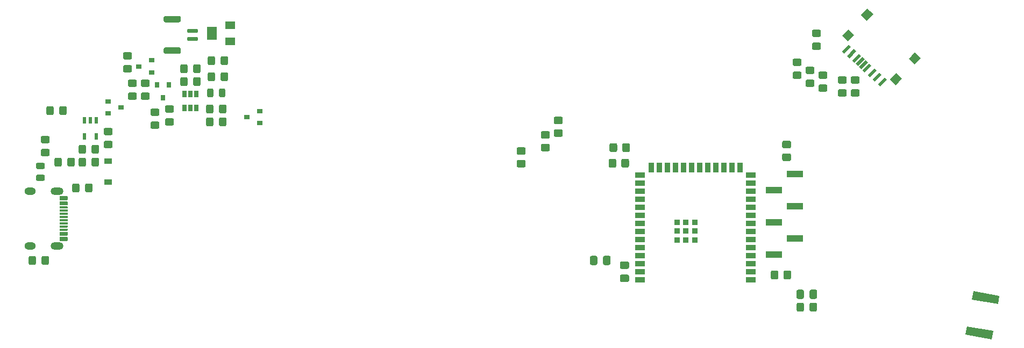
<source format=gbr>
%TF.GenerationSoftware,KiCad,Pcbnew,(5.1.10)-1*%
%TF.CreationDate,2022-02-17T21:55:52+01:00*%
%TF.ProjectId,keyboardEink,6b657962-6f61-4726-9445-696e6b2e6b69,rev?*%
%TF.SameCoordinates,Original*%
%TF.FileFunction,Paste,Bot*%
%TF.FilePolarity,Positive*%
%FSLAX46Y46*%
G04 Gerber Fmt 4.6, Leading zero omitted, Abs format (unit mm)*
G04 Created by KiCad (PCBNEW (5.1.10)-1) date 2022-02-17 21:55:52*
%MOMM*%
%LPD*%
G01*
G04 APERTURE LIST*
%ADD10C,0.100000*%
%ADD11O,1.800000X1.200000*%
%ADD12O,2.000000X1.200000*%
%ADD13R,1.300000X0.300000*%
%ADD14R,1.200000X0.900000*%
%ADD15R,0.900000X0.800000*%
%ADD16R,0.600000X1.000000*%
%ADD17R,0.650000X1.060000*%
%ADD18R,0.800000X0.900000*%
%ADD19R,1.600000X1.300000*%
%ADD20R,1.600000X2.000000*%
%ADD21R,2.510000X1.000000*%
%ADD22R,0.900000X0.900000*%
%ADD23R,0.900000X1.500000*%
%ADD24R,1.500000X0.900000*%
G04 APERTURE END LIST*
D10*
%TO.C,U8*%
G36*
X82884000Y-105440000D02*
G01*
X82884000Y-104940000D01*
X81584000Y-104940000D01*
X81584000Y-105440000D01*
X81607000Y-105440000D01*
X82884000Y-105440000D01*
G37*
G36*
X82884000Y-106240000D02*
G01*
X82884000Y-105740000D01*
X81584000Y-105740000D01*
X81584000Y-106240000D01*
X81607000Y-106240000D01*
X82884000Y-106240000D01*
G37*
G36*
X82884000Y-99840000D02*
G01*
X82884000Y-99340000D01*
X81584000Y-99340000D01*
X81584000Y-99840000D01*
X81607000Y-99840000D01*
X82884000Y-99840000D01*
G37*
G36*
X82884000Y-100640000D02*
G01*
X82884000Y-100140000D01*
X81584000Y-100140000D01*
X81584000Y-100640000D01*
X81607000Y-100640000D01*
X82884000Y-100640000D01*
G37*
G36*
X82884000Y-104690000D02*
G01*
X82884000Y-104390000D01*
X81585000Y-104390000D01*
X81585000Y-104690000D01*
X82884000Y-104690000D01*
G37*
G36*
X82884000Y-104190000D02*
G01*
X82884000Y-103890000D01*
X81585000Y-103890000D01*
X81585000Y-104190000D01*
X82884000Y-104190000D01*
G37*
G36*
X82884000Y-103690000D02*
G01*
X82884000Y-103390000D01*
X81585000Y-103390000D01*
X81585000Y-103690000D01*
X82884000Y-103690000D01*
G37*
G36*
X82884000Y-103190000D02*
G01*
X82884000Y-102890000D01*
X81585000Y-102890000D01*
X81585000Y-103190000D01*
X82884000Y-103190000D01*
G37*
G36*
X82884000Y-102690000D02*
G01*
X82884000Y-102390000D01*
X81585000Y-102390000D01*
X81585000Y-102690000D01*
X82884000Y-102690000D01*
G37*
G36*
X82884000Y-102190000D02*
G01*
X82884000Y-101890000D01*
X81585000Y-101890000D01*
X81585000Y-102190000D01*
X82884000Y-102190000D01*
G37*
G36*
X82884000Y-101690000D02*
G01*
X82884000Y-101390000D01*
X81585000Y-101390000D01*
X81585000Y-101690000D01*
X82884000Y-101690000D01*
G37*
G36*
X82884000Y-101190000D02*
G01*
X82884000Y-100890000D01*
X81585000Y-100890000D01*
X81585000Y-101190000D01*
X82884000Y-101190000D01*
G37*
%TD*%
%TO.C,R38*%
G36*
G01*
X158536001Y-90198000D02*
X157635999Y-90198000D01*
G75*
G02*
X157386000Y-89948001I0J249999D01*
G01*
X157386000Y-89247999D01*
G75*
G02*
X157635999Y-88998000I249999J0D01*
G01*
X158536001Y-88998000D01*
G75*
G02*
X158786000Y-89247999I0J-249999D01*
G01*
X158786000Y-89948001D01*
G75*
G02*
X158536001Y-90198000I-249999J0D01*
G01*
G37*
G36*
G01*
X158536001Y-92198000D02*
X157635999Y-92198000D01*
G75*
G02*
X157386000Y-91948001I0J249999D01*
G01*
X157386000Y-91247999D01*
G75*
G02*
X157635999Y-90998000I249999J0D01*
G01*
X158536001Y-90998000D01*
G75*
G02*
X158786000Y-91247999I0J-249999D01*
G01*
X158786000Y-91948001D01*
G75*
G02*
X158536001Y-92198000I-249999J0D01*
G01*
G37*
%TD*%
%TO.C,R37*%
G36*
G01*
X160568001Y-87912000D02*
X159667999Y-87912000D01*
G75*
G02*
X159418000Y-87662001I0J249999D01*
G01*
X159418000Y-86961999D01*
G75*
G02*
X159667999Y-86712000I249999J0D01*
G01*
X160568001Y-86712000D01*
G75*
G02*
X160818000Y-86961999I0J-249999D01*
G01*
X160818000Y-87662001D01*
G75*
G02*
X160568001Y-87912000I-249999J0D01*
G01*
G37*
G36*
G01*
X160568001Y-89912000D02*
X159667999Y-89912000D01*
G75*
G02*
X159418000Y-89662001I0J249999D01*
G01*
X159418000Y-88961999D01*
G75*
G02*
X159667999Y-88712000I249999J0D01*
G01*
X160568001Y-88712000D01*
G75*
G02*
X160818000Y-88961999I0J-249999D01*
G01*
X160818000Y-89662001D01*
G75*
G02*
X160568001Y-89912000I-249999J0D01*
G01*
G37*
%TD*%
%TO.C,R36*%
G36*
G01*
X78780000Y-109844001D02*
X78780000Y-108943999D01*
G75*
G02*
X79029999Y-108694000I249999J0D01*
G01*
X79680001Y-108694000D01*
G75*
G02*
X79930000Y-108943999I0J-249999D01*
G01*
X79930000Y-109844001D01*
G75*
G02*
X79680001Y-110094000I-249999J0D01*
G01*
X79029999Y-110094000D01*
G75*
G02*
X78780000Y-109844001I0J249999D01*
G01*
G37*
G36*
G01*
X76730000Y-109844001D02*
X76730000Y-108943999D01*
G75*
G02*
X76979999Y-108694000I249999J0D01*
G01*
X77630001Y-108694000D01*
G75*
G02*
X77880000Y-108943999I0J-249999D01*
G01*
X77880000Y-109844001D01*
G75*
G02*
X77630001Y-110094000I-249999J0D01*
G01*
X76979999Y-110094000D01*
G75*
G02*
X76730000Y-109844001I0J249999D01*
G01*
G37*
%TD*%
%TO.C,R35*%
G36*
G01*
X84738000Y-97513999D02*
X84738000Y-98414001D01*
G75*
G02*
X84488001Y-98664000I-249999J0D01*
G01*
X83837999Y-98664000D01*
G75*
G02*
X83588000Y-98414001I0J249999D01*
G01*
X83588000Y-97513999D01*
G75*
G02*
X83837999Y-97264000I249999J0D01*
G01*
X84488001Y-97264000D01*
G75*
G02*
X84738000Y-97513999I0J-249999D01*
G01*
G37*
G36*
G01*
X86788000Y-97513999D02*
X86788000Y-98414001D01*
G75*
G02*
X86538001Y-98664000I-249999J0D01*
G01*
X85887999Y-98664000D01*
G75*
G02*
X85638000Y-98414001I0J249999D01*
G01*
X85638000Y-97513999D01*
G75*
G02*
X85887999Y-97264000I249999J0D01*
G01*
X86538001Y-97264000D01*
G75*
G02*
X86788000Y-97513999I0J-249999D01*
G01*
G37*
%TD*%
D11*
%TO.C,U8*%
X76966000Y-107115000D03*
D12*
X81166000Y-107115000D03*
X81166000Y-98465000D03*
D11*
X76966000Y-98465000D03*
D13*
X82234000Y-99440000D03*
X82234000Y-99740000D03*
X82234000Y-100240000D03*
X82234000Y-100540000D03*
X82234000Y-105040000D03*
X82234000Y-105340000D03*
X82234000Y-105840000D03*
X82234000Y-106140000D03*
X82234000Y-101040000D03*
X82234000Y-101540000D03*
X82234000Y-102040000D03*
X82234000Y-102540000D03*
X82234000Y-103040000D03*
X82234000Y-103540000D03*
X82234000Y-104040000D03*
X82234000Y-104540000D03*
%TD*%
D10*
%TO.C,AE1*%
G36*
X229343996Y-116277324D02*
G01*
X225207803Y-115548002D01*
X225442228Y-114218512D01*
X229578421Y-114947834D01*
X229343996Y-116277324D01*
G37*
G36*
X228362884Y-121841488D02*
G01*
X224226691Y-121112166D01*
X224461116Y-119782676D01*
X228597309Y-120511998D01*
X228362884Y-121841488D01*
G37*
%TD*%
D14*
%TO.C,D7*%
X89252000Y-97074000D03*
X89252000Y-93774000D03*
%TD*%
D15*
%TO.C,SI3*%
X91268000Y-85264000D03*
X89268000Y-84314000D03*
X89268000Y-86214000D03*
%TD*%
%TO.C,R33*%
G36*
G01*
X88801999Y-90540000D02*
X89702001Y-90540000D01*
G75*
G02*
X89952000Y-90789999I0J-249999D01*
G01*
X89952000Y-91440001D01*
G75*
G02*
X89702001Y-91690000I-249999J0D01*
G01*
X88801999Y-91690000D01*
G75*
G02*
X88552000Y-91440001I0J249999D01*
G01*
X88552000Y-90789999D01*
G75*
G02*
X88801999Y-90540000I249999J0D01*
G01*
G37*
G36*
G01*
X88801999Y-88490000D02*
X89702001Y-88490000D01*
G75*
G02*
X89952000Y-88739999I0J-249999D01*
G01*
X89952000Y-89390001D01*
G75*
G02*
X89702001Y-89640000I-249999J0D01*
G01*
X88801999Y-89640000D01*
G75*
G02*
X88552000Y-89390001I0J249999D01*
G01*
X88552000Y-88739999D01*
G75*
G02*
X88801999Y-88490000I249999J0D01*
G01*
G37*
%TD*%
%TO.C,R11*%
G36*
G01*
X169244000Y-93615999D02*
X169244000Y-94516001D01*
G75*
G02*
X168994001Y-94766000I-249999J0D01*
G01*
X168293999Y-94766000D01*
G75*
G02*
X168044000Y-94516001I0J249999D01*
G01*
X168044000Y-93615999D01*
G75*
G02*
X168293999Y-93366000I249999J0D01*
G01*
X168994001Y-93366000D01*
G75*
G02*
X169244000Y-93615999I0J-249999D01*
G01*
G37*
G36*
G01*
X171244000Y-93615999D02*
X171244000Y-94516001D01*
G75*
G02*
X170994001Y-94766000I-249999J0D01*
G01*
X170293999Y-94766000D01*
G75*
G02*
X170044000Y-94516001I0J249999D01*
G01*
X170044000Y-93615999D01*
G75*
G02*
X170293999Y-93366000I249999J0D01*
G01*
X170994001Y-93366000D01*
G75*
G02*
X171244000Y-93615999I0J-249999D01*
G01*
G37*
%TD*%
%TO.C,C26*%
G36*
G01*
X85754000Y-91417999D02*
X85754000Y-92318001D01*
G75*
G02*
X85504001Y-92568000I-249999J0D01*
G01*
X84853999Y-92568000D01*
G75*
G02*
X84604000Y-92318001I0J249999D01*
G01*
X84604000Y-91417999D01*
G75*
G02*
X84853999Y-91168000I249999J0D01*
G01*
X85504001Y-91168000D01*
G75*
G02*
X85754000Y-91417999I0J-249999D01*
G01*
G37*
G36*
G01*
X87804000Y-91417999D02*
X87804000Y-92318001D01*
G75*
G02*
X87554001Y-92568000I-249999J0D01*
G01*
X86903999Y-92568000D01*
G75*
G02*
X86654000Y-92318001I0J249999D01*
G01*
X86654000Y-91417999D01*
G75*
G02*
X86903999Y-91168000I249999J0D01*
G01*
X87554001Y-91168000D01*
G75*
G02*
X87804000Y-91417999I0J-249999D01*
G01*
G37*
%TD*%
%TO.C,C25*%
G36*
G01*
X85754000Y-93449999D02*
X85754000Y-94350001D01*
G75*
G02*
X85504001Y-94600000I-249999J0D01*
G01*
X84853999Y-94600000D01*
G75*
G02*
X84604000Y-94350001I0J249999D01*
G01*
X84604000Y-93449999D01*
G75*
G02*
X84853999Y-93200000I249999J0D01*
G01*
X85504001Y-93200000D01*
G75*
G02*
X85754000Y-93449999I0J-249999D01*
G01*
G37*
G36*
G01*
X87804000Y-93449999D02*
X87804000Y-94350001D01*
G75*
G02*
X87554001Y-94600000I-249999J0D01*
G01*
X86903999Y-94600000D01*
G75*
G02*
X86654000Y-94350001I0J249999D01*
G01*
X86654000Y-93449999D01*
G75*
G02*
X86903999Y-93200000I249999J0D01*
G01*
X87554001Y-93200000D01*
G75*
G02*
X87804000Y-93449999I0J-249999D01*
G01*
G37*
%TD*%
D16*
%TO.C,U6*%
X85508000Y-87266000D03*
X86458000Y-87266000D03*
X87408000Y-87266000D03*
X87408000Y-89866000D03*
X85508000Y-89866000D03*
%TD*%
%TO.C,R32*%
G36*
G01*
X200307999Y-75046000D02*
X201208001Y-75046000D01*
G75*
G02*
X201458000Y-75295999I0J-249999D01*
G01*
X201458000Y-75946001D01*
G75*
G02*
X201208001Y-76196000I-249999J0D01*
G01*
X200307999Y-76196000D01*
G75*
G02*
X200058000Y-75946001I0J249999D01*
G01*
X200058000Y-75295999D01*
G75*
G02*
X200307999Y-75046000I249999J0D01*
G01*
G37*
G36*
G01*
X200307999Y-72996000D02*
X201208001Y-72996000D01*
G75*
G02*
X201458000Y-73245999I0J-249999D01*
G01*
X201458000Y-73896001D01*
G75*
G02*
X201208001Y-74146000I-249999J0D01*
G01*
X200307999Y-74146000D01*
G75*
G02*
X200058000Y-73896001I0J249999D01*
G01*
X200058000Y-73245999D01*
G75*
G02*
X200307999Y-72996000I249999J0D01*
G01*
G37*
%TD*%
%TO.C,R30*%
G36*
G01*
X198160001Y-78718000D02*
X197259999Y-78718000D01*
G75*
G02*
X197010000Y-78468001I0J249999D01*
G01*
X197010000Y-77817999D01*
G75*
G02*
X197259999Y-77568000I249999J0D01*
G01*
X198160001Y-77568000D01*
G75*
G02*
X198410000Y-77817999I0J-249999D01*
G01*
X198410000Y-78468001D01*
G75*
G02*
X198160001Y-78718000I-249999J0D01*
G01*
G37*
G36*
G01*
X198160001Y-80768000D02*
X197259999Y-80768000D01*
G75*
G02*
X197010000Y-80518001I0J249999D01*
G01*
X197010000Y-79867999D01*
G75*
G02*
X197259999Y-79618000I249999J0D01*
G01*
X198160001Y-79618000D01*
G75*
G02*
X198410000Y-79867999I0J-249999D01*
G01*
X198410000Y-80518001D01*
G75*
G02*
X198160001Y-80768000I-249999J0D01*
G01*
G37*
%TD*%
%TO.C,R29*%
G36*
G01*
X207304001Y-81512000D02*
X206403999Y-81512000D01*
G75*
G02*
X206154000Y-81262001I0J249999D01*
G01*
X206154000Y-80611999D01*
G75*
G02*
X206403999Y-80362000I249999J0D01*
G01*
X207304001Y-80362000D01*
G75*
G02*
X207554000Y-80611999I0J-249999D01*
G01*
X207554000Y-81262001D01*
G75*
G02*
X207304001Y-81512000I-249999J0D01*
G01*
G37*
G36*
G01*
X207304001Y-83562000D02*
X206403999Y-83562000D01*
G75*
G02*
X206154000Y-83312001I0J249999D01*
G01*
X206154000Y-82661999D01*
G75*
G02*
X206403999Y-82412000I249999J0D01*
G01*
X207304001Y-82412000D01*
G75*
G02*
X207554000Y-82661999I0J-249999D01*
G01*
X207554000Y-83312001D01*
G75*
G02*
X207304001Y-83562000I-249999J0D01*
G01*
G37*
%TD*%
%TO.C,R28*%
G36*
G01*
X201323999Y-81650000D02*
X202224001Y-81650000D01*
G75*
G02*
X202474000Y-81899999I0J-249999D01*
G01*
X202474000Y-82550001D01*
G75*
G02*
X202224001Y-82800000I-249999J0D01*
G01*
X201323999Y-82800000D01*
G75*
G02*
X201074000Y-82550001I0J249999D01*
G01*
X201074000Y-81899999D01*
G75*
G02*
X201323999Y-81650000I249999J0D01*
G01*
G37*
G36*
G01*
X201323999Y-79600000D02*
X202224001Y-79600000D01*
G75*
G02*
X202474000Y-79849999I0J-249999D01*
G01*
X202474000Y-80500001D01*
G75*
G02*
X202224001Y-80750000I-249999J0D01*
G01*
X201323999Y-80750000D01*
G75*
G02*
X201074000Y-80500001I0J249999D01*
G01*
X201074000Y-79849999D01*
G75*
G02*
X201323999Y-79600000I249999J0D01*
G01*
G37*
%TD*%
%TO.C,R27*%
G36*
G01*
X200192001Y-79988000D02*
X199291999Y-79988000D01*
G75*
G02*
X199042000Y-79738001I0J249999D01*
G01*
X199042000Y-79087999D01*
G75*
G02*
X199291999Y-78838000I249999J0D01*
G01*
X200192001Y-78838000D01*
G75*
G02*
X200442000Y-79087999I0J-249999D01*
G01*
X200442000Y-79738001D01*
G75*
G02*
X200192001Y-79988000I-249999J0D01*
G01*
G37*
G36*
G01*
X200192001Y-82038000D02*
X199291999Y-82038000D01*
G75*
G02*
X199042000Y-81788001I0J249999D01*
G01*
X199042000Y-81137999D01*
G75*
G02*
X199291999Y-80888000I249999J0D01*
G01*
X200192001Y-80888000D01*
G75*
G02*
X200442000Y-81137999I0J-249999D01*
G01*
X200442000Y-81788001D01*
G75*
G02*
X200192001Y-82038000I-249999J0D01*
G01*
G37*
%TD*%
%TO.C,C23*%
G36*
G01*
X204371999Y-82412000D02*
X205272001Y-82412000D01*
G75*
G02*
X205522000Y-82661999I0J-249999D01*
G01*
X205522000Y-83312001D01*
G75*
G02*
X205272001Y-83562000I-249999J0D01*
G01*
X204371999Y-83562000D01*
G75*
G02*
X204122000Y-83312001I0J249999D01*
G01*
X204122000Y-82661999D01*
G75*
G02*
X204371999Y-82412000I249999J0D01*
G01*
G37*
G36*
G01*
X204371999Y-80362000D02*
X205272001Y-80362000D01*
G75*
G02*
X205522000Y-80611999I0J-249999D01*
G01*
X205522000Y-81262001D01*
G75*
G02*
X205272001Y-81512000I-249999J0D01*
G01*
X204371999Y-81512000D01*
G75*
G02*
X204122000Y-81262001I0J249999D01*
G01*
X204122000Y-80611999D01*
G75*
G02*
X204371999Y-80362000I249999J0D01*
G01*
G37*
%TD*%
D10*
%TO.C,J14*%
G36*
X206168165Y-75674477D02*
G01*
X205154780Y-76780393D01*
X204786141Y-76442597D01*
X205799526Y-75336681D01*
X206168165Y-75674477D01*
G37*
G36*
X206979170Y-76417627D02*
G01*
X205965785Y-77523543D01*
X205597146Y-77185747D01*
X206610531Y-76079831D01*
X206979170Y-76417627D01*
G37*
G36*
X207790175Y-77160776D02*
G01*
X206776790Y-78266692D01*
X206408151Y-77928896D01*
X207421536Y-76822980D01*
X207790175Y-77160776D01*
G37*
G36*
X208343133Y-77667469D02*
G01*
X207329748Y-78773385D01*
X206961109Y-78435589D01*
X207974494Y-77329673D01*
X208343133Y-77667469D01*
G37*
G36*
X209412185Y-78647074D02*
G01*
X208398800Y-79752990D01*
X208030161Y-79415194D01*
X209043546Y-78309278D01*
X209412185Y-78647074D01*
G37*
G36*
X210223190Y-79390224D02*
G01*
X209209805Y-80496140D01*
X208841166Y-80158344D01*
X209854551Y-79052428D01*
X210223190Y-79390224D01*
G37*
G36*
X211034195Y-80133373D02*
G01*
X210020810Y-81239289D01*
X209652171Y-80901493D01*
X210665556Y-79795577D01*
X211034195Y-80133373D01*
G37*
G36*
X211845200Y-80876522D02*
G01*
X210831815Y-81982438D01*
X210463176Y-81644642D01*
X211476561Y-80538726D01*
X211845200Y-80876522D01*
G37*
G36*
X208859227Y-78140382D02*
G01*
X207845842Y-79246298D01*
X207477203Y-78908502D01*
X208490588Y-77802586D01*
X208859227Y-78140382D01*
G37*
G36*
X214210211Y-80737873D02*
G01*
X213264385Y-81770062D01*
X212305925Y-80891795D01*
X213251751Y-79859606D01*
X214210211Y-80737873D01*
G37*
G36*
X217216587Y-77456989D02*
G01*
X216270761Y-78489178D01*
X215312301Y-77610911D01*
X216258127Y-76578722D01*
X217216587Y-77456989D01*
G37*
G36*
X209696358Y-70565969D02*
G01*
X208750532Y-71598158D01*
X207792072Y-70719891D01*
X208737898Y-69687702D01*
X209696358Y-70565969D01*
G37*
G36*
X206689982Y-73846853D02*
G01*
X205744156Y-74879042D01*
X204785696Y-74000775D01*
X205731522Y-72968586D01*
X206689982Y-73846853D01*
G37*
%TD*%
%TO.C,R26*%
G36*
G01*
X198784000Y-116309999D02*
X198784000Y-117210001D01*
G75*
G02*
X198534001Y-117460000I-249999J0D01*
G01*
X197883999Y-117460000D01*
G75*
G02*
X197634000Y-117210001I0J249999D01*
G01*
X197634000Y-116309999D01*
G75*
G02*
X197883999Y-116060000I249999J0D01*
G01*
X198534001Y-116060000D01*
G75*
G02*
X198784000Y-116309999I0J-249999D01*
G01*
G37*
G36*
G01*
X200834000Y-116309999D02*
X200834000Y-117210001D01*
G75*
G02*
X200584001Y-117460000I-249999J0D01*
G01*
X199933999Y-117460000D01*
G75*
G02*
X199684000Y-117210001I0J249999D01*
G01*
X199684000Y-116309999D01*
G75*
G02*
X199933999Y-116060000I249999J0D01*
G01*
X200584001Y-116060000D01*
G75*
G02*
X200834000Y-116309999I0J-249999D01*
G01*
G37*
%TD*%
D15*
%TO.C,U1*%
X94094000Y-78800000D03*
X96094000Y-79750000D03*
X96094000Y-77850000D03*
%TD*%
D17*
%TO.C,TPL51*%
X102206000Y-85348000D03*
X101256000Y-85348000D03*
X103156000Y-85348000D03*
X103156000Y-83148000D03*
X102206000Y-83148000D03*
X101256000Y-83148000D03*
%TD*%
D15*
%TO.C,SI2*%
X111112000Y-86788000D03*
X113112000Y-87738000D03*
X113112000Y-85838000D03*
%TD*%
D18*
%TO.C,SI1*%
X97888000Y-83724000D03*
X98838000Y-81724000D03*
X96938000Y-81724000D03*
%TD*%
D19*
%TO.C,RV1*%
X108482000Y-74830000D03*
D20*
X105582000Y-73580000D03*
D19*
X108482000Y-72330000D03*
%TD*%
%TO.C,R23*%
G36*
G01*
X92750001Y-77702000D02*
X91849999Y-77702000D01*
G75*
G02*
X91600000Y-77452001I0J249999D01*
G01*
X91600000Y-76801999D01*
G75*
G02*
X91849999Y-76552000I249999J0D01*
G01*
X92750001Y-76552000D01*
G75*
G02*
X93000000Y-76801999I0J-249999D01*
G01*
X93000000Y-77452001D01*
G75*
G02*
X92750001Y-77702000I-249999J0D01*
G01*
G37*
G36*
G01*
X92750001Y-79752000D02*
X91849999Y-79752000D01*
G75*
G02*
X91600000Y-79502001I0J249999D01*
G01*
X91600000Y-78851999D01*
G75*
G02*
X91849999Y-78602000I249999J0D01*
G01*
X92750001Y-78602000D01*
G75*
G02*
X93000000Y-78851999I0J-249999D01*
G01*
X93000000Y-79502001D01*
G75*
G02*
X92750001Y-79752000I-249999J0D01*
G01*
G37*
%TD*%
%TO.C,R22*%
G36*
G01*
X106720000Y-85968001D02*
X106720000Y-85067999D01*
G75*
G02*
X106969999Y-84818000I249999J0D01*
G01*
X107620001Y-84818000D01*
G75*
G02*
X107870000Y-85067999I0J-249999D01*
G01*
X107870000Y-85968001D01*
G75*
G02*
X107620001Y-86218000I-249999J0D01*
G01*
X106969999Y-86218000D01*
G75*
G02*
X106720000Y-85968001I0J249999D01*
G01*
G37*
G36*
G01*
X104670000Y-85968001D02*
X104670000Y-85067999D01*
G75*
G02*
X104919999Y-84818000I249999J0D01*
G01*
X105570001Y-84818000D01*
G75*
G02*
X105820000Y-85067999I0J-249999D01*
G01*
X105820000Y-85968001D01*
G75*
G02*
X105570001Y-86218000I-249999J0D01*
G01*
X104919999Y-86218000D01*
G75*
G02*
X104670000Y-85968001I0J249999D01*
G01*
G37*
%TD*%
%TO.C,R21*%
G36*
G01*
X99354001Y-86084000D02*
X98453999Y-86084000D01*
G75*
G02*
X98204000Y-85834001I0J249999D01*
G01*
X98204000Y-85183999D01*
G75*
G02*
X98453999Y-84934000I249999J0D01*
G01*
X99354001Y-84934000D01*
G75*
G02*
X99604000Y-85183999I0J-249999D01*
G01*
X99604000Y-85834001D01*
G75*
G02*
X99354001Y-86084000I-249999J0D01*
G01*
G37*
G36*
G01*
X99354001Y-88134000D02*
X98453999Y-88134000D01*
G75*
G02*
X98204000Y-87884001I0J249999D01*
G01*
X98204000Y-87233999D01*
G75*
G02*
X98453999Y-86984000I249999J0D01*
G01*
X99354001Y-86984000D01*
G75*
G02*
X99604000Y-87233999I0J-249999D01*
G01*
X99604000Y-87884001D01*
G75*
G02*
X99354001Y-88134000I-249999J0D01*
G01*
G37*
%TD*%
%TO.C,R20*%
G36*
G01*
X82844000Y-94350001D02*
X82844000Y-93449999D01*
G75*
G02*
X83093999Y-93200000I249999J0D01*
G01*
X83744001Y-93200000D01*
G75*
G02*
X83994000Y-93449999I0J-249999D01*
G01*
X83994000Y-94350001D01*
G75*
G02*
X83744001Y-94600000I-249999J0D01*
G01*
X83093999Y-94600000D01*
G75*
G02*
X82844000Y-94350001I0J249999D01*
G01*
G37*
G36*
G01*
X80794000Y-94350001D02*
X80794000Y-93449999D01*
G75*
G02*
X81043999Y-93200000I249999J0D01*
G01*
X81694001Y-93200000D01*
G75*
G02*
X81944000Y-93449999I0J-249999D01*
G01*
X81944000Y-94350001D01*
G75*
G02*
X81694001Y-94600000I-249999J0D01*
G01*
X81043999Y-94600000D01*
G75*
G02*
X80794000Y-94350001I0J249999D01*
G01*
G37*
%TD*%
%TO.C,R19*%
G36*
G01*
X95544001Y-82020000D02*
X94643999Y-82020000D01*
G75*
G02*
X94394000Y-81770001I0J249999D01*
G01*
X94394000Y-81119999D01*
G75*
G02*
X94643999Y-80870000I249999J0D01*
G01*
X95544001Y-80870000D01*
G75*
G02*
X95794000Y-81119999I0J-249999D01*
G01*
X95794000Y-81770001D01*
G75*
G02*
X95544001Y-82020000I-249999J0D01*
G01*
G37*
G36*
G01*
X95544001Y-84070000D02*
X94643999Y-84070000D01*
G75*
G02*
X94394000Y-83820001I0J249999D01*
G01*
X94394000Y-83169999D01*
G75*
G02*
X94643999Y-82920000I249999J0D01*
G01*
X95544001Y-82920000D01*
G75*
G02*
X95794000Y-83169999I0J-249999D01*
G01*
X95794000Y-83820001D01*
G75*
G02*
X95544001Y-84070000I-249999J0D01*
G01*
G37*
%TD*%
%TO.C,R18*%
G36*
G01*
X106974000Y-80888001D02*
X106974000Y-79987999D01*
G75*
G02*
X107223999Y-79738000I249999J0D01*
G01*
X107874001Y-79738000D01*
G75*
G02*
X108124000Y-79987999I0J-249999D01*
G01*
X108124000Y-80888001D01*
G75*
G02*
X107874001Y-81138000I-249999J0D01*
G01*
X107223999Y-81138000D01*
G75*
G02*
X106974000Y-80888001I0J249999D01*
G01*
G37*
G36*
G01*
X104924000Y-80888001D02*
X104924000Y-79987999D01*
G75*
G02*
X105173999Y-79738000I249999J0D01*
G01*
X105824001Y-79738000D01*
G75*
G02*
X106074000Y-79987999I0J-249999D01*
G01*
X106074000Y-80888001D01*
G75*
G02*
X105824001Y-81138000I-249999J0D01*
G01*
X105173999Y-81138000D01*
G75*
G02*
X104924000Y-80888001I0J249999D01*
G01*
G37*
%TD*%
%TO.C,R17*%
G36*
G01*
X97068001Y-86592000D02*
X96167999Y-86592000D01*
G75*
G02*
X95918000Y-86342001I0J249999D01*
G01*
X95918000Y-85691999D01*
G75*
G02*
X96167999Y-85442000I249999J0D01*
G01*
X97068001Y-85442000D01*
G75*
G02*
X97318000Y-85691999I0J-249999D01*
G01*
X97318000Y-86342001D01*
G75*
G02*
X97068001Y-86592000I-249999J0D01*
G01*
G37*
G36*
G01*
X97068001Y-88642000D02*
X96167999Y-88642000D01*
G75*
G02*
X95918000Y-88392001I0J249999D01*
G01*
X95918000Y-87741999D01*
G75*
G02*
X96167999Y-87492000I249999J0D01*
G01*
X97068001Y-87492000D01*
G75*
G02*
X97318000Y-87741999I0J-249999D01*
G01*
X97318000Y-88392001D01*
G75*
G02*
X97068001Y-88642000I-249999J0D01*
G01*
G37*
%TD*%
%TO.C,R14*%
G36*
G01*
X79796001Y-90910000D02*
X78895999Y-90910000D01*
G75*
G02*
X78646000Y-90660001I0J249999D01*
G01*
X78646000Y-90009999D01*
G75*
G02*
X78895999Y-89760000I249999J0D01*
G01*
X79796001Y-89760000D01*
G75*
G02*
X80046000Y-90009999I0J-249999D01*
G01*
X80046000Y-90660001D01*
G75*
G02*
X79796001Y-90910000I-249999J0D01*
G01*
G37*
G36*
G01*
X79796001Y-92960000D02*
X78895999Y-92960000D01*
G75*
G02*
X78646000Y-92710001I0J249999D01*
G01*
X78646000Y-92059999D01*
G75*
G02*
X78895999Y-91810000I249999J0D01*
G01*
X79796001Y-91810000D01*
G75*
G02*
X80046000Y-92059999I0J-249999D01*
G01*
X80046000Y-92710001D01*
G75*
G02*
X79796001Y-92960000I-249999J0D01*
G01*
G37*
%TD*%
%TO.C,R13*%
G36*
G01*
X106974000Y-78348001D02*
X106974000Y-77447999D01*
G75*
G02*
X107223999Y-77198000I249999J0D01*
G01*
X107874001Y-77198000D01*
G75*
G02*
X108124000Y-77447999I0J-249999D01*
G01*
X108124000Y-78348001D01*
G75*
G02*
X107874001Y-78598000I-249999J0D01*
G01*
X107223999Y-78598000D01*
G75*
G02*
X106974000Y-78348001I0J249999D01*
G01*
G37*
G36*
G01*
X104924000Y-78348001D02*
X104924000Y-77447999D01*
G75*
G02*
X105173999Y-77198000I249999J0D01*
G01*
X105824001Y-77198000D01*
G75*
G02*
X106074000Y-77447999I0J-249999D01*
G01*
X106074000Y-78348001D01*
G75*
G02*
X105824001Y-78598000I-249999J0D01*
G01*
X105173999Y-78598000D01*
G75*
G02*
X104924000Y-78348001I0J249999D01*
G01*
G37*
%TD*%
%TO.C,D9*%
G36*
G01*
X106720000Y-83434250D02*
X106720000Y-82521750D01*
G75*
G02*
X106963750Y-82278000I243750J0D01*
G01*
X107451250Y-82278000D01*
G75*
G02*
X107695000Y-82521750I0J-243750D01*
G01*
X107695000Y-83434250D01*
G75*
G02*
X107451250Y-83678000I-243750J0D01*
G01*
X106963750Y-83678000D01*
G75*
G02*
X106720000Y-83434250I0J243750D01*
G01*
G37*
G36*
G01*
X104845000Y-83434250D02*
X104845000Y-82521750D01*
G75*
G02*
X105088750Y-82278000I243750J0D01*
G01*
X105576250Y-82278000D01*
G75*
G02*
X105820000Y-82521750I0J-243750D01*
G01*
X105820000Y-83434250D01*
G75*
G02*
X105576250Y-83678000I-243750J0D01*
G01*
X105088750Y-83678000D01*
G75*
G02*
X104845000Y-83434250I0J243750D01*
G01*
G37*
%TD*%
%TO.C,D8*%
G36*
G01*
X78127750Y-95874000D02*
X79040250Y-95874000D01*
G75*
G02*
X79284000Y-96117750I0J-243750D01*
G01*
X79284000Y-96605250D01*
G75*
G02*
X79040250Y-96849000I-243750J0D01*
G01*
X78127750Y-96849000D01*
G75*
G02*
X77884000Y-96605250I0J243750D01*
G01*
X77884000Y-96117750D01*
G75*
G02*
X78127750Y-95874000I243750J0D01*
G01*
G37*
G36*
G01*
X78127750Y-93999000D02*
X79040250Y-93999000D01*
G75*
G02*
X79284000Y-94242750I0J-243750D01*
G01*
X79284000Y-94730250D01*
G75*
G02*
X79040250Y-94974000I-243750J0D01*
G01*
X78127750Y-94974000D01*
G75*
G02*
X77884000Y-94730250I0J243750D01*
G01*
X77884000Y-94242750D01*
G75*
G02*
X78127750Y-93999000I243750J0D01*
G01*
G37*
%TD*%
%TO.C,C24*%
G36*
G01*
X105820000Y-87099999D02*
X105820000Y-88000001D01*
G75*
G02*
X105570001Y-88250000I-249999J0D01*
G01*
X104919999Y-88250000D01*
G75*
G02*
X104670000Y-88000001I0J249999D01*
G01*
X104670000Y-87099999D01*
G75*
G02*
X104919999Y-86850000I249999J0D01*
G01*
X105570001Y-86850000D01*
G75*
G02*
X105820000Y-87099999I0J-249999D01*
G01*
G37*
G36*
G01*
X107870000Y-87099999D02*
X107870000Y-88000001D01*
G75*
G02*
X107620001Y-88250000I-249999J0D01*
G01*
X106969999Y-88250000D01*
G75*
G02*
X106720000Y-88000001I0J249999D01*
G01*
X106720000Y-87099999D01*
G75*
G02*
X106969999Y-86850000I249999J0D01*
G01*
X107620001Y-86850000D01*
G75*
G02*
X107870000Y-87099999I0J-249999D01*
G01*
G37*
%TD*%
%TO.C,C22*%
G36*
G01*
X93512001Y-82020000D02*
X92611999Y-82020000D01*
G75*
G02*
X92362000Y-81770001I0J249999D01*
G01*
X92362000Y-81119999D01*
G75*
G02*
X92611999Y-80870000I249999J0D01*
G01*
X93512001Y-80870000D01*
G75*
G02*
X93762000Y-81119999I0J-249999D01*
G01*
X93762000Y-81770001D01*
G75*
G02*
X93512001Y-82020000I-249999J0D01*
G01*
G37*
G36*
G01*
X93512001Y-84070000D02*
X92611999Y-84070000D01*
G75*
G02*
X92362000Y-83820001I0J249999D01*
G01*
X92362000Y-83169999D01*
G75*
G02*
X92611999Y-82920000I249999J0D01*
G01*
X93512001Y-82920000D01*
G75*
G02*
X93762000Y-83169999I0J-249999D01*
G01*
X93762000Y-83820001D01*
G75*
G02*
X93512001Y-84070000I-249999J0D01*
G01*
G37*
%TD*%
%TO.C,C21*%
G36*
G01*
X102656000Y-79618001D02*
X102656000Y-78717999D01*
G75*
G02*
X102905999Y-78468000I249999J0D01*
G01*
X103556001Y-78468000D01*
G75*
G02*
X103806000Y-78717999I0J-249999D01*
G01*
X103806000Y-79618001D01*
G75*
G02*
X103556001Y-79868000I-249999J0D01*
G01*
X102905999Y-79868000D01*
G75*
G02*
X102656000Y-79618001I0J249999D01*
G01*
G37*
G36*
G01*
X100606000Y-79618001D02*
X100606000Y-78717999D01*
G75*
G02*
X100855999Y-78468000I249999J0D01*
G01*
X101506001Y-78468000D01*
G75*
G02*
X101756000Y-78717999I0J-249999D01*
G01*
X101756000Y-79618001D01*
G75*
G02*
X101506001Y-79868000I-249999J0D01*
G01*
X100855999Y-79868000D01*
G75*
G02*
X100606000Y-79618001I0J249999D01*
G01*
G37*
%TD*%
%TO.C,C20*%
G36*
G01*
X81574000Y-86222001D02*
X81574000Y-85321999D01*
G75*
G02*
X81823999Y-85072000I249999J0D01*
G01*
X82474001Y-85072000D01*
G75*
G02*
X82724000Y-85321999I0J-249999D01*
G01*
X82724000Y-86222001D01*
G75*
G02*
X82474001Y-86472000I-249999J0D01*
G01*
X81823999Y-86472000D01*
G75*
G02*
X81574000Y-86222001I0J249999D01*
G01*
G37*
G36*
G01*
X79524000Y-86222001D02*
X79524000Y-85321999D01*
G75*
G02*
X79773999Y-85072000I249999J0D01*
G01*
X80424001Y-85072000D01*
G75*
G02*
X80674000Y-85321999I0J-249999D01*
G01*
X80674000Y-86222001D01*
G75*
G02*
X80424001Y-86472000I-249999J0D01*
G01*
X79773999Y-86472000D01*
G75*
G02*
X79524000Y-86222001I0J249999D01*
G01*
G37*
%TD*%
%TO.C,C14*%
G36*
G01*
X102656000Y-81650001D02*
X102656000Y-80749999D01*
G75*
G02*
X102905999Y-80500000I249999J0D01*
G01*
X103556001Y-80500000D01*
G75*
G02*
X103806000Y-80749999I0J-249999D01*
G01*
X103806000Y-81650001D01*
G75*
G02*
X103556001Y-81900000I-249999J0D01*
G01*
X102905999Y-81900000D01*
G75*
G02*
X102656000Y-81650001I0J249999D01*
G01*
G37*
G36*
G01*
X100606000Y-81650001D02*
X100606000Y-80749999D01*
G75*
G02*
X100855999Y-80500000I249999J0D01*
G01*
X101506001Y-80500000D01*
G75*
G02*
X101756000Y-80749999I0J-249999D01*
G01*
X101756000Y-81650001D01*
G75*
G02*
X101506001Y-81900000I-249999J0D01*
G01*
X100855999Y-81900000D01*
G75*
G02*
X100606000Y-81650001I0J249999D01*
G01*
G37*
%TD*%
%TO.C,R9*%
G36*
G01*
X170186000Y-92064001D02*
X170186000Y-91163999D01*
G75*
G02*
X170435999Y-90914000I249999J0D01*
G01*
X171136001Y-90914000D01*
G75*
G02*
X171386000Y-91163999I0J-249999D01*
G01*
X171386000Y-92064001D01*
G75*
G02*
X171136001Y-92314000I-249999J0D01*
G01*
X170435999Y-92314000D01*
G75*
G02*
X170186000Y-92064001I0J249999D01*
G01*
G37*
G36*
G01*
X168186000Y-92064001D02*
X168186000Y-91163999D01*
G75*
G02*
X168435999Y-90914000I249999J0D01*
G01*
X169136001Y-90914000D01*
G75*
G02*
X169386000Y-91163999I0J-249999D01*
G01*
X169386000Y-92064001D01*
G75*
G02*
X169136001Y-92314000I-249999J0D01*
G01*
X168435999Y-92314000D01*
G75*
G02*
X168186000Y-92064001I0J249999D01*
G01*
G37*
%TD*%
%TO.C,F1*%
G36*
G01*
X154726001Y-92738000D02*
X153825999Y-92738000D01*
G75*
G02*
X153576000Y-92488001I0J249999D01*
G01*
X153576000Y-91787999D01*
G75*
G02*
X153825999Y-91538000I249999J0D01*
G01*
X154726001Y-91538000D01*
G75*
G02*
X154976000Y-91787999I0J-249999D01*
G01*
X154976000Y-92488001D01*
G75*
G02*
X154726001Y-92738000I-249999J0D01*
G01*
G37*
G36*
G01*
X154726001Y-94738000D02*
X153825999Y-94738000D01*
G75*
G02*
X153576000Y-94488001I0J249999D01*
G01*
X153576000Y-93787999D01*
G75*
G02*
X153825999Y-93538000I249999J0D01*
G01*
X154726001Y-93538000D01*
G75*
G02*
X154976000Y-93787999I0J-249999D01*
G01*
X154976000Y-94488001D01*
G75*
G02*
X154726001Y-94738000I-249999J0D01*
G01*
G37*
%TD*%
D21*
%TO.C,J2*%
X197379000Y-95732000D03*
X197379000Y-100812000D03*
X197379000Y-105892000D03*
X194069000Y-98272000D03*
X194069000Y-103352000D03*
X194069000Y-108432000D03*
%TD*%
%TO.C,R7*%
G36*
G01*
X195609999Y-92522000D02*
X196510001Y-92522000D01*
G75*
G02*
X196760000Y-92771999I0J-249999D01*
G01*
X196760000Y-93472001D01*
G75*
G02*
X196510001Y-93722000I-249999J0D01*
G01*
X195609999Y-93722000D01*
G75*
G02*
X195360000Y-93472001I0J249999D01*
G01*
X195360000Y-92771999D01*
G75*
G02*
X195609999Y-92522000I249999J0D01*
G01*
G37*
G36*
G01*
X195609999Y-90522000D02*
X196510001Y-90522000D01*
G75*
G02*
X196760000Y-90771999I0J-249999D01*
G01*
X196760000Y-91472001D01*
G75*
G02*
X196510001Y-91722000I-249999J0D01*
G01*
X195609999Y-91722000D01*
G75*
G02*
X195360000Y-91472001I0J249999D01*
G01*
X195360000Y-90771999D01*
G75*
G02*
X195609999Y-90522000I249999J0D01*
G01*
G37*
%TD*%
%TO.C,R6*%
G36*
G01*
X195570000Y-112130001D02*
X195570000Y-111229999D01*
G75*
G02*
X195819999Y-110980000I249999J0D01*
G01*
X196520001Y-110980000D01*
G75*
G02*
X196770000Y-111229999I0J-249999D01*
G01*
X196770000Y-112130001D01*
G75*
G02*
X196520001Y-112380000I-249999J0D01*
G01*
X195819999Y-112380000D01*
G75*
G02*
X195570000Y-112130001I0J249999D01*
G01*
G37*
G36*
G01*
X193570000Y-112130001D02*
X193570000Y-111229999D01*
G75*
G02*
X193819999Y-110980000I249999J0D01*
G01*
X194520001Y-110980000D01*
G75*
G02*
X194770000Y-111229999I0J-249999D01*
G01*
X194770000Y-112130001D01*
G75*
G02*
X194520001Y-112380000I-249999J0D01*
G01*
X193819999Y-112380000D01*
G75*
G02*
X193570000Y-112130001I0J249999D01*
G01*
G37*
%TD*%
%TO.C,C19*%
G36*
G01*
X171007000Y-110722000D02*
X170057000Y-110722000D01*
G75*
G02*
X169807000Y-110472000I0J250000D01*
G01*
X169807000Y-109797000D01*
G75*
G02*
X170057000Y-109547000I250000J0D01*
G01*
X171007000Y-109547000D01*
G75*
G02*
X171257000Y-109797000I0J-250000D01*
G01*
X171257000Y-110472000D01*
G75*
G02*
X171007000Y-110722000I-250000J0D01*
G01*
G37*
G36*
G01*
X171007000Y-112797000D02*
X170057000Y-112797000D01*
G75*
G02*
X169807000Y-112547000I0J250000D01*
G01*
X169807000Y-111872000D01*
G75*
G02*
X170057000Y-111622000I250000J0D01*
G01*
X171007000Y-111622000D01*
G75*
G02*
X171257000Y-111872000I0J-250000D01*
G01*
X171257000Y-112547000D01*
G75*
G02*
X171007000Y-112797000I-250000J0D01*
G01*
G37*
%TD*%
%TO.C,C18*%
G36*
G01*
X167172000Y-109869000D02*
X167172000Y-108919000D01*
G75*
G02*
X167422000Y-108669000I250000J0D01*
G01*
X168097000Y-108669000D01*
G75*
G02*
X168347000Y-108919000I0J-250000D01*
G01*
X168347000Y-109869000D01*
G75*
G02*
X168097000Y-110119000I-250000J0D01*
G01*
X167422000Y-110119000D01*
G75*
G02*
X167172000Y-109869000I0J250000D01*
G01*
G37*
G36*
G01*
X165097000Y-109869000D02*
X165097000Y-108919000D01*
G75*
G02*
X165347000Y-108669000I250000J0D01*
G01*
X166022000Y-108669000D01*
G75*
G02*
X166272000Y-108919000I0J-250000D01*
G01*
X166272000Y-109869000D01*
G75*
G02*
X166022000Y-110119000I-250000J0D01*
G01*
X165347000Y-110119000D01*
G75*
G02*
X165097000Y-109869000I0J250000D01*
G01*
G37*
%TD*%
D22*
%TO.C,U4*%
X181608000Y-103358000D03*
X180208000Y-103358000D03*
X178808000Y-103358000D03*
X178808000Y-104758000D03*
X178808000Y-106158000D03*
X180208000Y-106158000D03*
X181608000Y-106158000D03*
X181608000Y-104758000D03*
D23*
X188693000Y-94718000D03*
X187423000Y-94718000D03*
D22*
X180208000Y-104758000D03*
D24*
X190458000Y-112478000D03*
X190458000Y-111208000D03*
X190458000Y-109938000D03*
X190458000Y-108668000D03*
X190458000Y-107398000D03*
X190458000Y-106128000D03*
X190458000Y-104858000D03*
X190458000Y-103588000D03*
X190458000Y-102318000D03*
X190458000Y-101048000D03*
X190458000Y-99778000D03*
X190458000Y-98508000D03*
X190458000Y-97238000D03*
X190458000Y-95968000D03*
D23*
X186153000Y-94718000D03*
X184883000Y-94718000D03*
X183613000Y-94718000D03*
X182343000Y-94718000D03*
X181073000Y-94718000D03*
X179803000Y-94718000D03*
X178533000Y-94718000D03*
X177263000Y-94718000D03*
X175993000Y-94718000D03*
X174723000Y-94718000D03*
D24*
X172958000Y-112478000D03*
X172958000Y-111208000D03*
X172958000Y-109938000D03*
X172958000Y-108668000D03*
X172958000Y-107398000D03*
X172958000Y-106128000D03*
X172958000Y-104858000D03*
X172958000Y-103588000D03*
X172958000Y-102318000D03*
X172958000Y-101048000D03*
X172958000Y-99778000D03*
X172958000Y-98508000D03*
X172958000Y-97238000D03*
X172958000Y-95968000D03*
%TD*%
%TO.C,J3*%
G36*
G01*
X100432000Y-71859000D02*
X98232000Y-71859000D01*
G75*
G02*
X97982000Y-71609000I0J250000D01*
G01*
X97982000Y-71109000D01*
G75*
G02*
X98232000Y-70859000I250000J0D01*
G01*
X100432000Y-70859000D01*
G75*
G02*
X100682000Y-71109000I0J-250000D01*
G01*
X100682000Y-71609000D01*
G75*
G02*
X100432000Y-71859000I-250000J0D01*
G01*
G37*
G36*
G01*
X100432000Y-76809000D02*
X98232000Y-76809000D01*
G75*
G02*
X97982000Y-76559000I0J250000D01*
G01*
X97982000Y-76059000D01*
G75*
G02*
X98232000Y-75809000I250000J0D01*
G01*
X100432000Y-75809000D01*
G75*
G02*
X100682000Y-76059000I0J-250000D01*
G01*
X100682000Y-76559000D01*
G75*
G02*
X100432000Y-76809000I-250000J0D01*
G01*
G37*
G36*
G01*
X103232000Y-73509000D02*
X101832000Y-73509000D01*
G75*
G02*
X101682000Y-73359000I0J150000D01*
G01*
X101682000Y-73059000D01*
G75*
G02*
X101832000Y-72909000I150000J0D01*
G01*
X103232000Y-72909000D01*
G75*
G02*
X103382000Y-73059000I0J-150000D01*
G01*
X103382000Y-73359000D01*
G75*
G02*
X103232000Y-73509000I-150000J0D01*
G01*
G37*
G36*
G01*
X103232000Y-74759000D02*
X101832000Y-74759000D01*
G75*
G02*
X101682000Y-74609000I0J150000D01*
G01*
X101682000Y-74309000D01*
G75*
G02*
X101832000Y-74159000I150000J0D01*
G01*
X103232000Y-74159000D01*
G75*
G02*
X103382000Y-74309000I0J-150000D01*
G01*
X103382000Y-74609000D01*
G75*
G02*
X103232000Y-74759000I-150000J0D01*
G01*
G37*
%TD*%
%TO.C,C8*%
G36*
G01*
X198784000Y-114253000D02*
X198784000Y-115203000D01*
G75*
G02*
X198534000Y-115453000I-250000J0D01*
G01*
X197859000Y-115453000D01*
G75*
G02*
X197609000Y-115203000I0J250000D01*
G01*
X197609000Y-114253000D01*
G75*
G02*
X197859000Y-114003000I250000J0D01*
G01*
X198534000Y-114003000D01*
G75*
G02*
X198784000Y-114253000I0J-250000D01*
G01*
G37*
G36*
G01*
X200859000Y-114253000D02*
X200859000Y-115203000D01*
G75*
G02*
X200609000Y-115453000I-250000J0D01*
G01*
X199934000Y-115453000D01*
G75*
G02*
X199684000Y-115203000I0J250000D01*
G01*
X199684000Y-114253000D01*
G75*
G02*
X199934000Y-114003000I250000J0D01*
G01*
X200609000Y-114003000D01*
G75*
G02*
X200859000Y-114253000I0J-250000D01*
G01*
G37*
%TD*%
M02*

</source>
